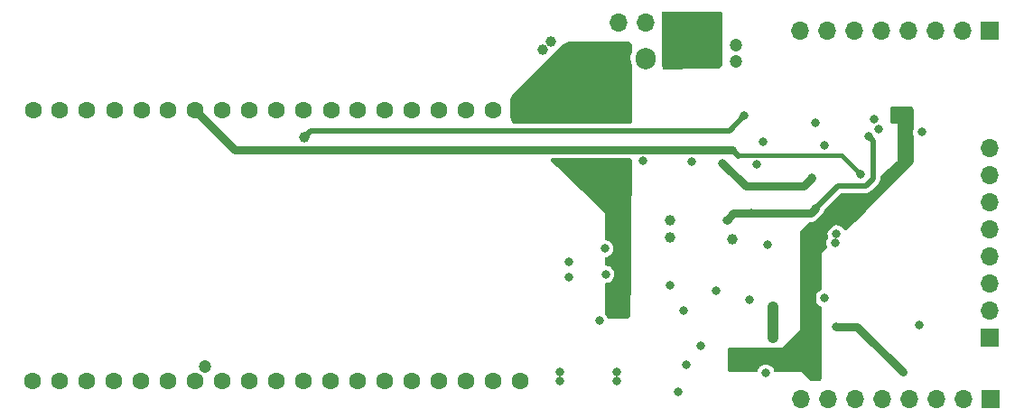
<source format=gbr>
%TF.GenerationSoftware,KiCad,Pcbnew,(6.0.5-0)*%
%TF.CreationDate,2022-06-25T01:47:50+01:00*%
%TF.ProjectId,revised_minh_design,72657669-7365-4645-9f6d-696e685f6465,rev?*%
%TF.SameCoordinates,Original*%
%TF.FileFunction,Copper,L3,Inr*%
%TF.FilePolarity,Positive*%
%FSLAX46Y46*%
G04 Gerber Fmt 4.6, Leading zero omitted, Abs format (unit mm)*
G04 Created by KiCad (PCBNEW (6.0.5-0)) date 2022-06-25 01:47:50*
%MOMM*%
%LPD*%
G01*
G04 APERTURE LIST*
%TA.AperFunction,ComponentPad*%
%ADD10R,1.700000X1.700000*%
%TD*%
%TA.AperFunction,ComponentPad*%
%ADD11O,1.700000X1.700000*%
%TD*%
%TA.AperFunction,ComponentPad*%
%ADD12R,1.905000X2.000000*%
%TD*%
%TA.AperFunction,ComponentPad*%
%ADD13O,1.905000X2.000000*%
%TD*%
%TA.AperFunction,ComponentPad*%
%ADD14C,1.600000*%
%TD*%
%TA.AperFunction,ViaPad*%
%ADD15C,0.800000*%
%TD*%
%TA.AperFunction,ViaPad*%
%ADD16C,1.200000*%
%TD*%
%TA.AperFunction,ViaPad*%
%ADD17C,1.000000*%
%TD*%
%TA.AperFunction,Conductor*%
%ADD18C,0.800000*%
%TD*%
%TA.AperFunction,Conductor*%
%ADD19C,0.600000*%
%TD*%
%TA.AperFunction,Conductor*%
%ADD20C,1.000000*%
%TD*%
%TA.AperFunction,Conductor*%
%ADD21C,1.200000*%
%TD*%
%TA.AperFunction,Conductor*%
%ADD22C,0.500000*%
%TD*%
%TA.AperFunction,Conductor*%
%ADD23C,0.250000*%
%TD*%
%TA.AperFunction,Conductor*%
%ADD24C,0.400000*%
%TD*%
G04 APERTURE END LIST*
D10*
%TO.N,ADC1_1*%
%TO.C,J4*%
X141732000Y-42291000D03*
D11*
%TO.N,ADC1_2*%
X139192000Y-42291000D03*
%TO.N,ADC1_3*%
X136652000Y-42291000D03*
%TO.N,ADC1_4*%
X134112000Y-42291000D03*
%TO.N,ADC1_5*%
X131572000Y-42291000D03*
%TO.N,ADC1_6*%
X129032000Y-42291000D03*
%TO.N,ADC1_7*%
X126492000Y-42291000D03*
%TO.N,ADC1_8*%
X123952000Y-42291000D03*
%TD*%
D10*
%TO.N,ADC2_1*%
%TO.C,J3*%
X141732000Y-71120000D03*
D11*
%TO.N,ADC2_2*%
X141732000Y-68580000D03*
%TO.N,ADC2_3*%
X141732000Y-66040000D03*
%TO.N,ADC2_4*%
X141732000Y-63500000D03*
%TO.N,ADC2_5*%
X141732000Y-60960000D03*
%TO.N,ADC2_6*%
X141732000Y-58420000D03*
%TO.N,ADC2_7*%
X141732000Y-55880000D03*
%TO.N,ADC2_8*%
X141732000Y-53340000D03*
%TD*%
D12*
%TO.N,+12V*%
%TO.C,U2*%
X112014000Y-44902000D03*
D13*
%TO.N,Earth*%
X109474000Y-44902000D03*
%TO.N,+5V*%
X106934000Y-44902000D03*
%TD*%
D10*
%TO.N,VoutB*%
%TO.C,J2*%
X141859000Y-76835000D03*
D11*
%TO.N,VoutD*%
X139319000Y-76835000D03*
%TO.N,VoutF*%
X136779000Y-76835000D03*
%TO.N,VoutH*%
X134239000Y-76835000D03*
%TO.N,VoutG*%
X131699000Y-76835000D03*
%TO.N,VoutE*%
X129159000Y-76835000D03*
%TO.N,VoutC*%
X126619000Y-76835000D03*
%TO.N,VoutA*%
X124079000Y-76835000D03*
%TD*%
D10*
%TO.N,+12V*%
%TO.C,J1*%
X112014000Y-41529000D03*
D11*
%TO.N,Earth*%
X109474000Y-41529000D03*
X106934000Y-41529000D03*
%TD*%
D14*
%TO.N,unconnected-(U1-Pad1)*%
%TO.C,U1*%
X97785000Y-75184000D03*
%TO.N,unconnected-(U1-Pad2)*%
X95245000Y-75184000D03*
%TO.N,unconnected-(U1-Pad3)*%
X92705000Y-75184000D03*
%TO.N,unconnected-(U1-Pad4)*%
X90165000Y-75184000D03*
%TO.N,unconnected-(U1-Pad5)*%
X87625000Y-75184000D03*
%TO.N,unconnected-(U1-Pad6)*%
X85085000Y-75184000D03*
%TO.N,unconnected-(U1-Pad7)*%
X82545000Y-75184000D03*
%TO.N,LDAC*%
X80005000Y-75184000D03*
%TO.N,~{CLR}*%
X77465000Y-75184000D03*
%TO.N,unconnected-(U1-Pad10)*%
X74925000Y-75184000D03*
%TO.N,unconnected-(U1-Pad11)*%
X72385000Y-75184000D03*
%TO.N,unconnected-(U1-Pad12)*%
X69845000Y-75184000D03*
%TO.N,Earth*%
X67305000Y-75184000D03*
%TO.N,unconnected-(U1-Pad14)*%
X64765000Y-75184000D03*
%TO.N,unconnected-(U1-Pad15)*%
X62225000Y-75184000D03*
%TO.N,unconnected-(U1-Pad16)*%
X59685000Y-75184000D03*
%TO.N,unconnected-(U1-Pad17)*%
X57145000Y-75184000D03*
%TO.N,unconnected-(U1-Pad18)*%
X54605000Y-75184000D03*
%TO.N,Earth*%
X52065000Y-75184000D03*
%TO.N,unconnected-(U1-Pad20)*%
X52102143Y-49789715D03*
%TO.N,unconnected-(U1-Pad21)*%
X54599014Y-49789715D03*
%TO.N,unconnected-(U1-Pad22)*%
X57145000Y-49784000D03*
%TO.N,unconnected-(U1-Pad23)*%
X59713572Y-49789715D03*
%TO.N,unconnected-(U1-Pad24)*%
X62250715Y-49789715D03*
%TO.N,MDAT*%
X64765000Y-49784000D03*
%TO.N,~{ADC2_CS}*%
X67305000Y-49784000D03*
%TO.N,~{ADC1_CS}*%
X69845000Y-49784000D03*
%TO.N,unconnected-(U1-Pad28)*%
X72385000Y-49784000D03*
%TO.N,unconnected-(U1-Pad29)*%
X74925000Y-49784000D03*
%TO.N,~{DAC_CS}*%
X77465000Y-49784000D03*
%TO.N,SK*%
X80010715Y-49789715D03*
%TO.N,SI*%
X82547858Y-49789715D03*
%TO.N,Earth*%
X85085000Y-49784000D03*
%TO.N,SO*%
X87625000Y-49784000D03*
%TO.N,unconnected-(U1-Pad35)*%
X90165000Y-49784000D03*
%TO.N,unconnected-(U1-Pad36)*%
X92705000Y-49784000D03*
%TO.N,unconnected-(U1-Pad37)*%
X95245000Y-49784000D03*
%TO.N,+5V*%
X97785000Y-49784000D03*
%TD*%
D15*
%TO.N,Earth*%
X127254000Y-62230011D03*
X106807000Y-75184000D03*
X130937000Y-50594500D03*
D16*
X117983000Y-43688000D03*
D15*
X113284000Y-73660000D03*
X126259500Y-67399500D03*
X127381000Y-61349500D03*
X113792000Y-54610000D03*
D17*
X117602000Y-61849000D03*
D15*
X102305000Y-65405000D03*
D16*
X117983000Y-45212000D03*
D15*
X114681000Y-71844489D03*
X105156000Y-69469000D03*
X101473000Y-75184000D03*
X101473000Y-74295000D03*
X126238000Y-53086000D03*
X105778495Y-65149065D03*
D16*
X68199000Y-73787000D03*
D17*
X100584000Y-43307000D03*
D15*
X105664000Y-62738000D03*
X120523000Y-52705000D03*
X119253000Y-67564000D03*
X106807000Y-74295000D03*
X102305000Y-64008000D03*
X125391819Y-50949902D03*
X112522000Y-76200000D03*
X113030000Y-68585009D03*
X135143100Y-69860114D03*
X116078000Y-66675000D03*
X135382000Y-51816000D03*
X120904000Y-62357000D03*
X120777923Y-74417599D03*
X119888000Y-54864000D03*
D17*
X99822000Y-44069000D03*
X111760000Y-61722000D03*
X111760000Y-60071000D03*
D15*
X131318000Y-51562000D03*
X109220000Y-54466500D03*
X111760000Y-66167000D03*
%TO.N,+5V*%
X102235000Y-54864000D03*
D16*
X102362000Y-44831000D03*
D15*
X107696000Y-62738000D03*
%TO.N,+3.3VA*%
X130429000Y-52197000D03*
X119380000Y-59436000D03*
X125466083Y-58950433D03*
X117094000Y-60071000D03*
%TO.N,+3.3VDAC*%
X133604000Y-50038000D03*
X125349000Y-74549000D03*
X118237000Y-72898000D03*
X128016000Y-58039000D03*
%TO.N,CLK*%
X116713000Y-54737000D03*
X125095000Y-56134000D03*
%TO.N,LDAC*%
X121412000Y-71120000D03*
X121412000Y-68199000D03*
%TO.N,~{CLR}*%
X127381000Y-70034020D03*
X133604000Y-74295000D03*
%TO.N,MDAT*%
X118745000Y-50292000D03*
D17*
X77470000Y-52324000D03*
D15*
%TO.N,~{ADC2_CS}*%
X129667000Y-55753000D03*
%TD*%
D18*
%TO.N,~{ADC2_CS}*%
X70988000Y-53467000D02*
X67305000Y-49784000D01*
X117602000Y-53467000D02*
X70988000Y-53467000D01*
D19*
X118110000Y-53975000D02*
X117602000Y-53467000D01*
%TO.N,+5V*%
X102235000Y-54864000D02*
X107696000Y-60325000D01*
X107696000Y-60325000D02*
X107696000Y-62738000D01*
D20*
X102362000Y-44831000D02*
X102362000Y-45207000D01*
D21*
X102362000Y-45207000D02*
X97785000Y-49784000D01*
D18*
%TO.N,+3.3VA*%
X117729000Y-59436000D02*
X117094000Y-60071000D01*
X119380000Y-59436000D02*
X117729000Y-59436000D01*
D22*
X127560005Y-56856511D02*
X130155296Y-56856511D01*
D18*
X120777000Y-59436000D02*
X119380000Y-59436000D01*
D22*
X130859073Y-52627073D02*
X130429000Y-52197000D01*
D18*
X124980516Y-59436000D02*
X125466083Y-58950433D01*
D22*
X130859073Y-56152734D02*
X130859073Y-52627073D01*
X130155296Y-56856511D02*
X130859073Y-56152734D01*
X125466083Y-58950433D02*
X127560005Y-56856511D01*
D18*
X120777000Y-59436000D02*
X124980516Y-59436000D01*
D23*
%TO.N,+3.3VDAC*%
X127381000Y-58674000D02*
X127381000Y-60071000D01*
X134112000Y-54356000D02*
X130302000Y-58166000D01*
X127381000Y-60071000D02*
X125349000Y-62103000D01*
X128016000Y-58039000D02*
X127381000Y-58674000D01*
X130302000Y-58166000D02*
X128143000Y-58166000D01*
X118237000Y-72898000D02*
X123698000Y-72898000D01*
X125349000Y-62103000D02*
X125349000Y-74549000D01*
X134112000Y-50546000D02*
X134112000Y-54356000D01*
X128143000Y-58166000D02*
X128016000Y-58039000D01*
X123698000Y-72898000D02*
X125349000Y-74549000D01*
X133604000Y-50038000D02*
X134112000Y-50546000D01*
D18*
%TO.N,CLK*%
X118872000Y-56896000D02*
X124333000Y-56896000D01*
X116713000Y-54737000D02*
X118872000Y-56896000D01*
X124333000Y-56896000D02*
X125095000Y-56134000D01*
D20*
%TO.N,LDAC*%
X121412000Y-68199000D02*
X121412000Y-71120000D01*
D18*
%TO.N,~{CLR}*%
X127381000Y-70034020D02*
X129343020Y-70034020D01*
X129343020Y-70034020D02*
X133604000Y-74295000D01*
D22*
%TO.N,MDAT*%
X78105000Y-51689000D02*
X77470000Y-52324000D01*
X118745000Y-50292000D02*
X117348000Y-51689000D01*
X117348000Y-51689000D02*
X78105000Y-51689000D01*
D24*
%TO.N,~{ADC2_CS}*%
X127889000Y-53975000D02*
X129667000Y-55753000D01*
X118110000Y-53975000D02*
X127889000Y-53975000D01*
%TD*%
%TA.AperFunction,Conductor*%
%TO.N,+12V*%
G36*
X116655108Y-40528502D02*
G01*
X116701601Y-40582158D01*
X116712987Y-40634503D01*
X116712892Y-45338603D01*
X116711814Y-45355044D01*
X116698027Y-45459783D01*
X116689519Y-45491545D01*
X116652284Y-45581465D01*
X116635846Y-45609945D01*
X116576618Y-45687161D01*
X116553372Y-45710418D01*
X116476174Y-45769686D01*
X116447702Y-45786135D01*
X116357806Y-45823407D01*
X116326048Y-45831930D01*
X116221310Y-45845765D01*
X116204871Y-45846850D01*
X113549080Y-45848081D01*
X111506405Y-45849027D01*
X111489954Y-45847956D01*
X111433252Y-45840516D01*
X111385135Y-45834202D01*
X111353354Y-45825699D01*
X111263375Y-45788464D01*
X111234875Y-45772022D01*
X111157602Y-45712759D01*
X111134332Y-45689498D01*
X111075036Y-45612250D01*
X111058581Y-45583759D01*
X111057631Y-45581465D01*
X111021307Y-45493794D01*
X111012790Y-45462017D01*
X110998990Y-45357205D01*
X110997912Y-45340753D01*
X110998051Y-40634496D01*
X111018055Y-40566376D01*
X111071712Y-40519885D01*
X111124051Y-40508500D01*
X116586987Y-40508500D01*
X116655108Y-40528502D01*
G37*
%TD.AperFunction*%
%TD*%
%TA.AperFunction,Conductor*%
%TO.N,+5V*%
G36*
X108146121Y-54293902D02*
G01*
X108192614Y-54347558D01*
X108204000Y-54399900D01*
X108204000Y-57534672D01*
X108203998Y-57535364D01*
X108201255Y-58034691D01*
X108201250Y-58035219D01*
X108123033Y-65153027D01*
X108080316Y-69040232D01*
X108059567Y-69108128D01*
X108042928Y-69128431D01*
X107863817Y-69305584D01*
X107801319Y-69339266D01*
X107775213Y-69342000D01*
X106055791Y-69342000D01*
X105987670Y-69321998D01*
X105941177Y-69268342D01*
X105936800Y-69257437D01*
X105890612Y-69124802D01*
X105890610Y-69124799D01*
X105888293Y-69118144D01*
X105792364Y-68964624D01*
X105787398Y-68959623D01*
X105700595Y-68872212D01*
X105666787Y-68809782D01*
X105664000Y-68783428D01*
X105664000Y-66084819D01*
X105684002Y-66016698D01*
X105737658Y-65970205D01*
X105778580Y-65959338D01*
X105911246Y-65947264D01*
X105941771Y-65944486D01*
X105948471Y-65942309D01*
X105948476Y-65942308D01*
X106107239Y-65890723D01*
X106107242Y-65890722D01*
X106113938Y-65888546D01*
X106269433Y-65795852D01*
X106274527Y-65791001D01*
X106274531Y-65790998D01*
X106346291Y-65722661D01*
X106400528Y-65671012D01*
X106500706Y-65520231D01*
X106564990Y-65351003D01*
X106569644Y-65317891D01*
X106589633Y-65175662D01*
X106589634Y-65175654D01*
X106590184Y-65171738D01*
X106590501Y-65149065D01*
X106570322Y-64969166D01*
X106510788Y-64798209D01*
X106414859Y-64644689D01*
X106300915Y-64529947D01*
X106292264Y-64521235D01*
X106292260Y-64521232D01*
X106287301Y-64516238D01*
X106134455Y-64419239D01*
X106080280Y-64399948D01*
X105970551Y-64360875D01*
X105970549Y-64360874D01*
X105963917Y-64358513D01*
X105956931Y-64357680D01*
X105956927Y-64357679D01*
X105791159Y-64337913D01*
X105791158Y-64337913D01*
X105784164Y-64337079D01*
X105784242Y-64336428D01*
X105721146Y-64317425D01*
X105675026Y-64263448D01*
X105664000Y-64211902D01*
X105664000Y-63663334D01*
X105684002Y-63595213D01*
X105737658Y-63548720D01*
X105778579Y-63537853D01*
X105820256Y-63534060D01*
X105820257Y-63534060D01*
X105827276Y-63533421D01*
X105861783Y-63522209D01*
X105992744Y-63479658D01*
X105992747Y-63479657D01*
X105999443Y-63477481D01*
X106154938Y-63384787D01*
X106160032Y-63379936D01*
X106160036Y-63379933D01*
X106231796Y-63311596D01*
X106286033Y-63259947D01*
X106386211Y-63109166D01*
X106450495Y-62939938D01*
X106475689Y-62760673D01*
X106476006Y-62738000D01*
X106455827Y-62558101D01*
X106396293Y-62387144D01*
X106300364Y-62233624D01*
X106236863Y-62169679D01*
X106177769Y-62110170D01*
X106177765Y-62110167D01*
X106172806Y-62105173D01*
X106019960Y-62008174D01*
X105965785Y-61988883D01*
X105856056Y-61949810D01*
X105856054Y-61949809D01*
X105849422Y-61947448D01*
X105803157Y-61941931D01*
X105775080Y-61938583D01*
X105709807Y-61910655D01*
X105669995Y-61851872D01*
X105664000Y-61813469D01*
X105664000Y-59436000D01*
X101219000Y-55054500D01*
X100645948Y-54489634D01*
X100611475Y-54427568D01*
X100616031Y-54356718D01*
X100658167Y-54299578D01*
X100724507Y-54274289D01*
X100734400Y-54273900D01*
X108078000Y-54273900D01*
X108146121Y-54293902D01*
G37*
%TD.AperFunction*%
%TA.AperFunction,Conductor*%
G36*
X107969931Y-43327002D02*
G01*
X107990905Y-43343905D01*
X108167095Y-43520095D01*
X108201121Y-43582407D01*
X108204000Y-43609190D01*
X108204000Y-44346871D01*
X108196439Y-44389862D01*
X108178276Y-44439901D01*
X108156791Y-44499090D01*
X108155842Y-44504339D01*
X108155841Y-44504342D01*
X108116478Y-44722023D01*
X108116477Y-44722030D01*
X108115740Y-44726107D01*
X108114600Y-44750280D01*
X108114600Y-45007425D01*
X108129190Y-45179373D01*
X108130528Y-45184528D01*
X108130529Y-45184534D01*
X108161773Y-45304910D01*
X108187147Y-45402672D01*
X108192883Y-45415405D01*
X108204000Y-45467153D01*
X108204000Y-50906100D01*
X108183998Y-50974221D01*
X108130342Y-51020714D01*
X108078000Y-51032100D01*
X97189965Y-51032100D01*
X97121844Y-51012098D01*
X97101513Y-50995834D01*
X97079587Y-50974221D01*
X96970061Y-50866260D01*
X96942279Y-50825163D01*
X96783765Y-50446336D01*
X96774000Y-50397700D01*
X96774000Y-48789458D01*
X96783884Y-48740540D01*
X96943010Y-48362827D01*
X96971109Y-48321585D01*
X101851902Y-43557000D01*
X101911456Y-43498865D01*
X101951953Y-43472332D01*
X102335153Y-43316303D01*
X102382668Y-43307000D01*
X107901810Y-43307000D01*
X107969931Y-43327002D01*
G37*
%TD.AperFunction*%
%TD*%
%TA.AperFunction,Conductor*%
%TO.N,+3.3VDAC*%
G36*
X134382170Y-49405421D02*
G01*
X134406073Y-49410175D01*
X134441091Y-49417141D01*
X134486510Y-49435954D01*
X134506329Y-49449196D01*
X134525939Y-49462300D01*
X134560700Y-49497061D01*
X134587045Y-49536488D01*
X134605860Y-49581911D01*
X134617579Y-49640830D01*
X134620000Y-49665410D01*
X134620000Y-51528011D01*
X134612401Y-51571105D01*
X134592762Y-51625063D01*
X134570073Y-51804663D01*
X134587738Y-51984826D01*
X134589962Y-51991511D01*
X134613558Y-52062444D01*
X134620000Y-52102216D01*
X134620000Y-54621037D01*
X134617579Y-54645618D01*
X134605860Y-54704535D01*
X134587046Y-54749956D01*
X134553670Y-54799907D01*
X134538000Y-54819000D01*
X130683000Y-58674000D01*
X130679609Y-58677676D01*
X130679587Y-58677699D01*
X130679401Y-58677900D01*
X130679340Y-58677966D01*
X129623825Y-59822078D01*
X129621916Y-59824102D01*
X129617052Y-59829142D01*
X129613050Y-59833107D01*
X129607936Y-59837951D01*
X129605880Y-59839854D01*
X129118320Y-60281277D01*
X128301765Y-61020562D01*
X128237842Y-61051454D01*
X128167365Y-61042883D01*
X128110345Y-60993926D01*
X128021097Y-60851098D01*
X128017364Y-60845124D01*
X127945989Y-60773249D01*
X127894769Y-60721670D01*
X127894765Y-60721667D01*
X127889806Y-60716673D01*
X127872894Y-60705940D01*
X127811617Y-60667053D01*
X127736960Y-60619674D01*
X127661902Y-60592947D01*
X127573056Y-60561310D01*
X127573054Y-60561309D01*
X127566422Y-60558948D01*
X127559436Y-60558115D01*
X127559432Y-60558114D01*
X127430752Y-60542771D01*
X127386669Y-60537514D01*
X127379666Y-60538250D01*
X127379665Y-60538250D01*
X127333310Y-60543122D01*
X127206634Y-60556436D01*
X127199966Y-60558706D01*
X127041932Y-60612505D01*
X127041929Y-60612506D01*
X127035265Y-60614775D01*
X126881079Y-60709631D01*
X126876048Y-60714558D01*
X126876045Y-60714560D01*
X126825469Y-60764088D01*
X126751740Y-60836288D01*
X126653677Y-60988454D01*
X126651268Y-60995074D01*
X126651267Y-60995075D01*
X126594337Y-61151489D01*
X126591762Y-61158563D01*
X126569073Y-61338163D01*
X126586738Y-61518326D01*
X126601911Y-61563936D01*
X126624166Y-61630838D01*
X126626689Y-61701790D01*
X126610521Y-61738863D01*
X126526677Y-61868965D01*
X126524268Y-61875585D01*
X126524267Y-61875586D01*
X126467171Y-62032455D01*
X126464762Y-62039074D01*
X126442073Y-62218674D01*
X126459738Y-62398837D01*
X126461962Y-62405522D01*
X126507788Y-62543281D01*
X126510311Y-62614233D01*
X126472796Y-62676458D01*
X125984000Y-63119000D01*
X125984000Y-66552630D01*
X125963998Y-66620751D01*
X125913781Y-66664769D01*
X125913765Y-66664775D01*
X125759579Y-66759631D01*
X125754548Y-66764558D01*
X125754545Y-66764560D01*
X125745469Y-66773448D01*
X125630240Y-66886288D01*
X125532177Y-67038454D01*
X125470262Y-67208563D01*
X125447573Y-67388163D01*
X125465238Y-67568326D01*
X125522379Y-67740098D01*
X125526026Y-67746120D01*
X125526027Y-67746122D01*
X125575674Y-67828099D01*
X125616156Y-67894942D01*
X125741908Y-68025161D01*
X125893385Y-68124285D01*
X125899985Y-68126740D01*
X125899988Y-68126741D01*
X125901926Y-68127462D01*
X125902992Y-68128259D01*
X125906275Y-68129917D01*
X125905984Y-68130494D01*
X125958800Y-68169957D01*
X125983671Y-68236455D01*
X125984000Y-68245557D01*
X125984000Y-74921590D01*
X125981579Y-74946170D01*
X125969860Y-75005089D01*
X125951045Y-75050512D01*
X125924700Y-75089939D01*
X125889939Y-75124700D01*
X125870329Y-75137804D01*
X125850510Y-75151046D01*
X125805091Y-75169859D01*
X125770073Y-75176825D01*
X125746170Y-75181579D01*
X125721590Y-75184000D01*
X125083963Y-75184000D01*
X125059382Y-75181579D01*
X125054254Y-75180559D01*
X125000464Y-75169859D01*
X124955044Y-75151046D01*
X124905093Y-75117670D01*
X124886000Y-75102000D01*
X124079000Y-74295000D01*
X121679247Y-74295000D01*
X121611126Y-74274998D01*
X121564633Y-74221342D01*
X121560256Y-74210438D01*
X121556948Y-74200939D01*
X121510216Y-74066743D01*
X121414287Y-73913223D01*
X121334343Y-73832719D01*
X121291692Y-73789769D01*
X121291688Y-73789766D01*
X121286729Y-73784772D01*
X121269817Y-73774039D01*
X121207779Y-73734669D01*
X121133883Y-73687773D01*
X121059533Y-73661298D01*
X120969979Y-73629409D01*
X120969977Y-73629408D01*
X120963345Y-73627047D01*
X120956359Y-73626214D01*
X120956355Y-73626213D01*
X120827675Y-73610870D01*
X120783592Y-73605613D01*
X120776589Y-73606349D01*
X120776588Y-73606349D01*
X120730233Y-73611221D01*
X120603557Y-73624535D01*
X120596889Y-73626805D01*
X120438855Y-73680604D01*
X120438852Y-73680605D01*
X120432188Y-73682874D01*
X120278002Y-73777730D01*
X120272971Y-73782657D01*
X120272968Y-73782659D01*
X120221849Y-73832719D01*
X120148663Y-73904387D01*
X120050600Y-74056553D01*
X120048191Y-74063173D01*
X120048190Y-74063174D01*
X119993987Y-74212095D01*
X119951893Y-74269266D01*
X119885571Y-74294604D01*
X119875586Y-74295000D01*
X117483410Y-74295000D01*
X117458830Y-74292579D01*
X117434927Y-74287825D01*
X117399909Y-74280859D01*
X117354490Y-74262046D01*
X117334671Y-74248804D01*
X117315061Y-74235700D01*
X117280300Y-74200939D01*
X117253955Y-74161512D01*
X117235140Y-74116089D01*
X117223421Y-74057170D01*
X117221000Y-74032590D01*
X117221000Y-72271410D01*
X117223421Y-72246830D01*
X117235140Y-72187911D01*
X117253955Y-72142488D01*
X117280300Y-72103061D01*
X117315061Y-72068300D01*
X117334671Y-72055196D01*
X117354490Y-72041954D01*
X117399909Y-72023141D01*
X117434927Y-72016175D01*
X117458830Y-72011421D01*
X117483410Y-72009000D01*
X121219223Y-72009000D01*
X121245420Y-72011753D01*
X121310224Y-72025528D01*
X121310228Y-72025528D01*
X121316681Y-72026900D01*
X121507319Y-72026900D01*
X121513772Y-72025528D01*
X121513776Y-72025528D01*
X121578580Y-72011753D01*
X121604777Y-72009000D01*
X122301000Y-72009000D01*
X123952000Y-70358000D01*
X123952000Y-61327312D01*
X123954321Y-61303237D01*
X123965568Y-61245459D01*
X123983629Y-61200826D01*
X124006575Y-61165553D01*
X124015725Y-61151489D01*
X124030797Y-61132576D01*
X124109303Y-61051454D01*
X124854636Y-60281277D01*
X124916381Y-60246235D01*
X124945179Y-60242900D01*
X124971271Y-60242900D01*
X124972591Y-60242907D01*
X125062574Y-60243850D01*
X125104864Y-60234706D01*
X125117431Y-60232648D01*
X125145349Y-60229517D01*
X125153417Y-60228612D01*
X125153418Y-60228612D01*
X125160415Y-60227827D01*
X125192018Y-60216822D01*
X125206814Y-60212663D01*
X125232626Y-60207082D01*
X125232625Y-60207082D01*
X125239513Y-60205593D01*
X125245898Y-60202616D01*
X125245900Y-60202615D01*
X125278713Y-60187314D01*
X125290524Y-60182518D01*
X125331372Y-60168293D01*
X125337347Y-60164559D01*
X125337352Y-60164557D01*
X125359744Y-60150565D01*
X125373258Y-60143227D01*
X125403579Y-60129088D01*
X125409150Y-60124767D01*
X125437750Y-60102583D01*
X125448207Y-60095288D01*
X125478914Y-60076100D01*
X125478918Y-60076097D01*
X125484892Y-60072364D01*
X125513638Y-60043818D01*
X125514264Y-60043233D01*
X125514927Y-60042718D01*
X125540847Y-60016798D01*
X125613343Y-59944806D01*
X125614000Y-59943771D01*
X125615098Y-59942547D01*
X126027251Y-59530394D01*
X126029454Y-59528243D01*
X126065029Y-59494365D01*
X126088116Y-59472380D01*
X126115661Y-59430921D01*
X126122138Y-59422039D01*
X126148800Y-59388641D01*
X126148803Y-59388636D01*
X126153197Y-59383132D01*
X126164913Y-59358896D01*
X126173401Y-59344015D01*
X126184398Y-59327463D01*
X126188294Y-59321599D01*
X126205972Y-59275062D01*
X126210320Y-59264966D01*
X126228918Y-59226495D01*
X126228919Y-59226493D01*
X126231985Y-59220150D01*
X126238038Y-59193931D01*
X126243022Y-59177529D01*
X126250074Y-59158965D01*
X126250076Y-59158958D01*
X126252578Y-59152371D01*
X126256430Y-59124963D01*
X126285718Y-59060289D01*
X126292109Y-59053404D01*
X127795197Y-57550316D01*
X127857509Y-57516290D01*
X127884292Y-57513411D01*
X130073452Y-57513411D01*
X130085262Y-57513968D01*
X130092985Y-57515694D01*
X130100910Y-57515445D01*
X130100911Y-57515445D01*
X130163648Y-57513473D01*
X130167606Y-57513411D01*
X130196624Y-57513411D01*
X130200559Y-57512914D01*
X130200988Y-57512860D01*
X130212824Y-57511928D01*
X130258874Y-57510480D01*
X130279391Y-57504519D01*
X130298756Y-57500508D01*
X130303367Y-57499926D01*
X130312100Y-57498823D01*
X130312102Y-57498823D01*
X130319959Y-57497830D01*
X130327324Y-57494914D01*
X130327328Y-57494913D01*
X130362792Y-57480872D01*
X130374022Y-57477027D01*
X130410642Y-57466388D01*
X130418256Y-57464176D01*
X130436652Y-57453297D01*
X130454404Y-57444600D01*
X130456686Y-57443696D01*
X130474275Y-57436732D01*
X130511544Y-57409655D01*
X130521463Y-57403140D01*
X130554284Y-57383729D01*
X130554288Y-57383726D01*
X130561114Y-57379689D01*
X130576222Y-57364581D01*
X130591256Y-57351740D01*
X130602135Y-57343836D01*
X130608549Y-57339176D01*
X130637913Y-57303681D01*
X130645903Y-57294900D01*
X131265700Y-56675104D01*
X131274447Y-56667145D01*
X131281125Y-56662907D01*
X131329528Y-56611363D01*
X131332282Y-56608522D01*
X131352795Y-56588009D01*
X131355506Y-56584514D01*
X131363205Y-56575501D01*
X131389312Y-56547699D01*
X131394740Y-56541919D01*
X131405036Y-56523191D01*
X131415889Y-56506668D01*
X131417054Y-56505166D01*
X131428988Y-56489781D01*
X131447283Y-56447504D01*
X131452498Y-56436859D01*
X131474698Y-56396477D01*
X131480015Y-56375769D01*
X131486420Y-56357062D01*
X131487116Y-56355455D01*
X131494903Y-56337460D01*
X131502109Y-56291966D01*
X131504516Y-56280344D01*
X131514002Y-56243399D01*
X131514003Y-56243395D01*
X131515973Y-56235720D01*
X131515973Y-56214349D01*
X131517524Y-56194638D01*
X131519627Y-56181360D01*
X131520867Y-56173531D01*
X131516532Y-56127669D01*
X131515973Y-56115814D01*
X131515973Y-56048169D01*
X131535975Y-55980048D01*
X131554879Y-55957116D01*
X133014206Y-54561238D01*
X133014207Y-54561237D01*
X133096000Y-54483000D01*
X133096000Y-51054000D01*
X132723410Y-51054000D01*
X132698830Y-51051579D01*
X132674927Y-51046825D01*
X132639909Y-51039859D01*
X132594490Y-51021046D01*
X132574671Y-51007804D01*
X132555061Y-50994700D01*
X132520300Y-50959939D01*
X132493955Y-50920512D01*
X132475140Y-50875089D01*
X132463421Y-50816170D01*
X132461000Y-50791590D01*
X132461000Y-49665410D01*
X132463421Y-49640830D01*
X132475140Y-49581911D01*
X132493955Y-49536488D01*
X132520300Y-49497061D01*
X132555061Y-49462300D01*
X132574671Y-49449196D01*
X132594490Y-49435954D01*
X132639909Y-49417141D01*
X132674927Y-49410175D01*
X132698830Y-49405421D01*
X132723410Y-49403000D01*
X134357590Y-49403000D01*
X134382170Y-49405421D01*
G37*
%TD.AperFunction*%
%TD*%
M02*

</source>
